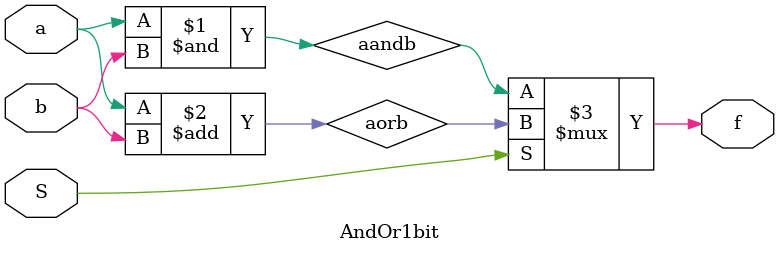
<source format=v>
module AndOr1bit (a, b, S, f);
	input a, b;
	input S;
	output f;
	
	wire aandb, aorb;
	
	assign aandb = a & b;
	assign aorb = a + b;
	
	assign f = S ? aorb : aandb;
	
endmodule

</source>
